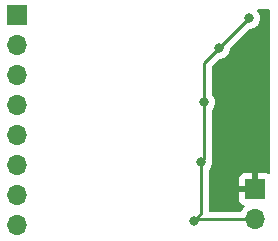
<source format=gbl>
%TF.GenerationSoftware,KiCad,Pcbnew,(6.0.0)*%
%TF.CreationDate,2022-03-13T20:48:30-04:00*%
%TF.ProjectId,dual LED board,6475616c-204c-4454-9420-626f6172642e,rev?*%
%TF.SameCoordinates,Original*%
%TF.FileFunction,Copper,L2,Bot*%
%TF.FilePolarity,Positive*%
%FSLAX46Y46*%
G04 Gerber Fmt 4.6, Leading zero omitted, Abs format (unit mm)*
G04 Created by KiCad (PCBNEW (6.0.0)) date 2022-03-13 20:48:30*
%MOMM*%
%LPD*%
G01*
G04 APERTURE LIST*
%TA.AperFunction,ComponentPad*%
%ADD10R,1.700000X1.700000*%
%TD*%
%TA.AperFunction,ComponentPad*%
%ADD11O,1.700000X1.700000*%
%TD*%
%TA.AperFunction,ViaPad*%
%ADD12C,0.800000*%
%TD*%
%TA.AperFunction,Conductor*%
%ADD13C,0.250000*%
%TD*%
G04 APERTURE END LIST*
D10*
%TO.P,J2,1,Pin_1*%
%TO.N,Net-(J2-Pad1)*%
X155575000Y-58420000D03*
D11*
%TO.P,J2,2,Pin_2*%
%TO.N,Net-(J2-Pad2)*%
X155575000Y-60960000D03*
%TO.P,J2,3,Pin_3*%
%TO.N,Net-(J2-Pad3)*%
X155575000Y-63500000D03*
%TO.P,J2,4,Pin_4*%
%TO.N,Net-(J2-Pad4)*%
X155575000Y-66040000D03*
%TO.P,J2,5,Pin_5*%
%TO.N,Net-(J2-Pad5)*%
X155575000Y-68580000D03*
%TO.P,J2,6,Pin_6*%
%TO.N,Net-(J2-Pad6)*%
X155575000Y-71120000D03*
%TO.P,J2,7,Pin_7*%
%TO.N,Net-(J2-Pad7)*%
X155575000Y-73660000D03*
%TO.P,J2,8,Pin_8*%
%TO.N,Net-(J2-Pad8)*%
X155575000Y-76200000D03*
%TD*%
D10*
%TO.P,J1,1,Pin_1*%
%TO.N,GND*%
X175768000Y-73147000D03*
D11*
%TO.P,J1,2,Pin_2*%
%TO.N,+3V3*%
X175768000Y-75687000D03*
%TD*%
D12*
%TO.N,+3V3*%
X170561000Y-75819000D03*
X172720000Y-61214000D03*
X171196000Y-70866000D03*
X175260000Y-58674000D03*
X171450000Y-65786000D03*
%TD*%
D13*
%TO.N,+3V3*%
X175260000Y-58674000D02*
X172720000Y-61214000D01*
X171450000Y-62484000D02*
X171450000Y-65786000D01*
X170693000Y-75687000D02*
X175768000Y-75687000D01*
X171450000Y-70612000D02*
X171196000Y-70866000D01*
X171196000Y-70866000D02*
X171196000Y-75184000D01*
X171196000Y-75184000D02*
X170561000Y-75819000D01*
X171450000Y-65786000D02*
X171450000Y-70612000D01*
X172720000Y-61214000D02*
X171450000Y-62484000D01*
X170561000Y-75819000D02*
X170693000Y-75687000D01*
%TD*%
%TA.AperFunction,Conductor*%
%TO.N,GND*%
G36*
X176980121Y-57932002D02*
G01*
X177026614Y-57985658D01*
X177038000Y-58038000D01*
X177038000Y-71730657D01*
X177017998Y-71798778D01*
X176964342Y-71845271D01*
X176894068Y-71855375D01*
X176864904Y-71845650D01*
X176864462Y-71846828D01*
X176735606Y-71798522D01*
X176720351Y-71794895D01*
X176669486Y-71789369D01*
X176662672Y-71789000D01*
X176040115Y-71789000D01*
X176024876Y-71793475D01*
X176023671Y-71794865D01*
X176022000Y-71802548D01*
X176022000Y-73275000D01*
X176001998Y-73343121D01*
X175948342Y-73389614D01*
X175896000Y-73401000D01*
X174428116Y-73401000D01*
X174412877Y-73405475D01*
X174411672Y-73406865D01*
X174410001Y-73414548D01*
X174410001Y-74041669D01*
X174410371Y-74048490D01*
X174415895Y-74099352D01*
X174419521Y-74114604D01*
X174464676Y-74235054D01*
X174473214Y-74250649D01*
X174549715Y-74352724D01*
X174562276Y-74365285D01*
X174664351Y-74441786D01*
X174679946Y-74450324D01*
X174788827Y-74491142D01*
X174845591Y-74533784D01*
X174870291Y-74600345D01*
X174855083Y-74669694D01*
X174835691Y-74696175D01*
X174748083Y-74787852D01*
X174708629Y-74829138D01*
X174705715Y-74833410D01*
X174705714Y-74833411D01*
X174593095Y-74998504D01*
X174538184Y-75043507D01*
X174489007Y-75053500D01*
X171955500Y-75053500D01*
X171887379Y-75033498D01*
X171840886Y-74979842D01*
X171829500Y-74927500D01*
X171829500Y-72874885D01*
X174410000Y-72874885D01*
X174414475Y-72890124D01*
X174415865Y-72891329D01*
X174423548Y-72893000D01*
X175495885Y-72893000D01*
X175511124Y-72888525D01*
X175512329Y-72887135D01*
X175514000Y-72879452D01*
X175514000Y-71807116D01*
X175509525Y-71791877D01*
X175508135Y-71790672D01*
X175500452Y-71789001D01*
X174873331Y-71789001D01*
X174866510Y-71789371D01*
X174815648Y-71794895D01*
X174800396Y-71798521D01*
X174679946Y-71843676D01*
X174664351Y-71852214D01*
X174562276Y-71928715D01*
X174549715Y-71941276D01*
X174473214Y-72043351D01*
X174464676Y-72058946D01*
X174419522Y-72179394D01*
X174415895Y-72194649D01*
X174410369Y-72245514D01*
X174410000Y-72252328D01*
X174410000Y-72874885D01*
X171829500Y-72874885D01*
X171829500Y-71568524D01*
X171849502Y-71500403D01*
X171861858Y-71484221D01*
X171935040Y-71402944D01*
X172030527Y-71237556D01*
X172089542Y-71055928D01*
X172109504Y-70866000D01*
X172089542Y-70676072D01*
X172089259Y-70675200D01*
X172088545Y-70647866D01*
X172086730Y-70647809D01*
X172086979Y-70639890D01*
X172088220Y-70632057D01*
X172084059Y-70588038D01*
X172083500Y-70576181D01*
X172083500Y-66488524D01*
X172103502Y-66420403D01*
X172115858Y-66404221D01*
X172189040Y-66322944D01*
X172284527Y-66157556D01*
X172343542Y-65975928D01*
X172363504Y-65786000D01*
X172343542Y-65596072D01*
X172284527Y-65414444D01*
X172276529Y-65400590D01*
X172192341Y-65254774D01*
X172189040Y-65249056D01*
X172115863Y-65167785D01*
X172085147Y-65103779D01*
X172083500Y-65083476D01*
X172083500Y-62798594D01*
X172103502Y-62730473D01*
X172120405Y-62709499D01*
X172670499Y-62159405D01*
X172732811Y-62125379D01*
X172759594Y-62122500D01*
X172815487Y-62122500D01*
X172821939Y-62121128D01*
X172821944Y-62121128D01*
X172908887Y-62102647D01*
X173002288Y-62082794D01*
X173010266Y-62079242D01*
X173170722Y-62007803D01*
X173170724Y-62007802D01*
X173176752Y-62005118D01*
X173187198Y-61997529D01*
X173293255Y-61920473D01*
X173331253Y-61892866D01*
X173459040Y-61750944D01*
X173554527Y-61585556D01*
X173613542Y-61403928D01*
X173630907Y-61238706D01*
X173657920Y-61173050D01*
X173667122Y-61162782D01*
X175210499Y-59619405D01*
X175272811Y-59585379D01*
X175299594Y-59582500D01*
X175355487Y-59582500D01*
X175361939Y-59581128D01*
X175361944Y-59581128D01*
X175448888Y-59562647D01*
X175542288Y-59542794D01*
X175584745Y-59523891D01*
X175710722Y-59467803D01*
X175710724Y-59467802D01*
X175716752Y-59465118D01*
X175871253Y-59352866D01*
X175902526Y-59318134D01*
X175994621Y-59215852D01*
X175994622Y-59215851D01*
X175999040Y-59210944D01*
X176094527Y-59045556D01*
X176153542Y-58863928D01*
X176173504Y-58674000D01*
X176153542Y-58484072D01*
X176094527Y-58302444D01*
X175999040Y-58137056D01*
X175985762Y-58122309D01*
X175955045Y-58058301D01*
X175963810Y-57987848D01*
X176009274Y-57933317D01*
X176079399Y-57912000D01*
X176912000Y-57912000D01*
X176980121Y-57932002D01*
G37*
%TD.AperFunction*%
%TD*%
M02*

</source>
